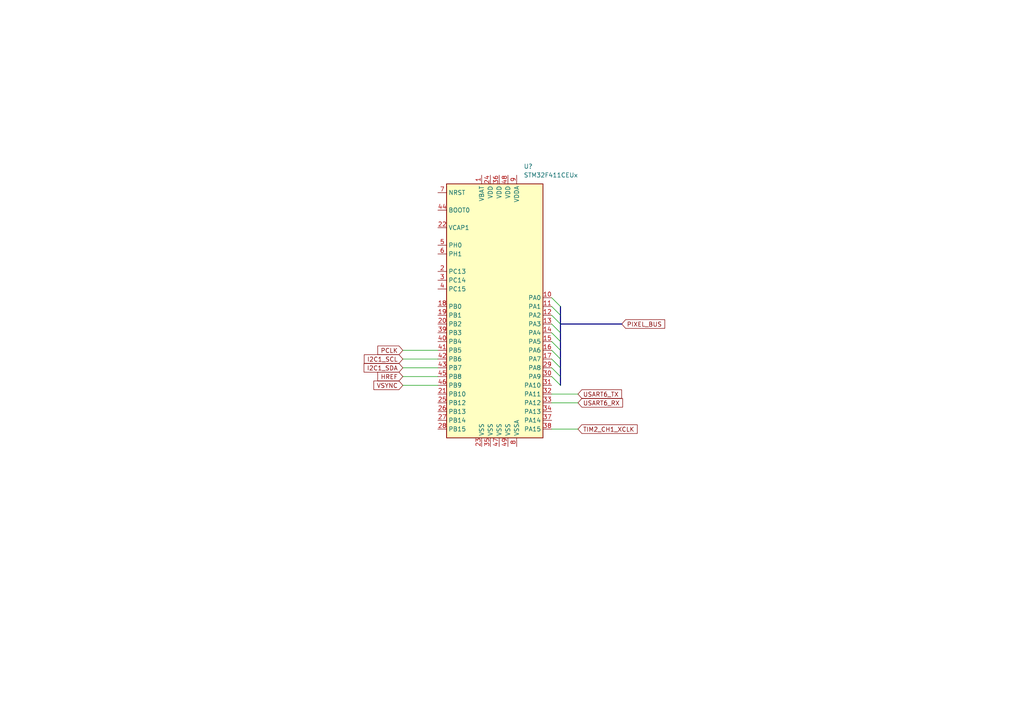
<source format=kicad_sch>
(kicad_sch (version 20211123) (generator eeschema)
  (paper "A4")
  (lib_symbols
    (symbol "MCU_ST_STM32F4:STM32F411CEUx"
      (property "Reference" "U" (at -15.24 36.83 0))
      (property "Value" "STM32F411CEUx" (at 7.62 36.83 0))
      (symbol "STM32F411CEUx_0_1"
        (rectangle (start -15.24 -38.1) (end 12.7 35.56) (stroke (width 0.254)) (fill (type background)))
      )
      (symbol "STM32F411CEUx_1_1"
        (pin power_in line (at -5.08 38.1 270) (length 2.54) (name "VBAT") (number "1"))
        (pin bidirectional line (at 15.24 2.54 180) (length 2.54) (name "PA0") (number "10"))
        (pin bidirectional line (at 15.24 0 180) (length 2.54) (name "PA1") (number "11"))
        (pin bidirectional line (at 15.24 -2.54 180) (length 2.54) (name "PA2") (number "12"))
        (pin bidirectional line (at 15.24 -5.08 180) (length 2.54) (name "PA3") (number "13"))
        (pin bidirectional line (at 15.24 -7.62 180) (length 2.54) (name "PA4") (number "14"))
        (pin bidirectional line (at 15.24 -10.16 180) (length 2.54) (name "PA5") (number "15"))
        (pin bidirectional line (at 15.24 -12.7 180) (length 2.54) (name "PA6") (number "16"))
        (pin bidirectional line (at 15.24 -15.24 180) (length 2.54) (name "PA7") (number "17"))
        (pin bidirectional line (at -17.78 0 0) (length 2.54) (name "PB0") (number "18"))
        (pin bidirectional line (at -17.78 -2.54 0) (length 2.54) (name "PB1") (number "19"))
        (pin bidirectional line (at -17.78 10.16 0) (length 2.54) (name "PC13") (number "2"))
        (pin bidirectional line (at -17.78 -5.08 0) (length 2.54) (name "PB2") (number "20"))
        (pin bidirectional line (at -17.78 -25.4 0) (length 2.54) (name "PB10") (number "21"))
        (pin power_in line (at -17.78 22.86 0) (length 2.54) (name "VCAP1") (number "22"))
        (pin power_in line (at -5.08 -40.64 90) (length 2.54) (name "VSS") (number "23"))
        (pin power_in line (at -2.54 38.1 270) (length 2.54) (name "VDD") (number "24"))
        (pin bidirectional line (at -17.78 -27.94 0) (length 2.54) (name "PB12") (number "25"))
        (pin bidirectional line (at -17.78 -30.48 0) (length 2.54) (name "PB13") (number "26"))
        (pin bidirectional line (at -17.78 -33.02 0) (length 2.54) (name "PB14") (number "27"))
        (pin bidirectional line (at -17.78 -35.56 0) (length 2.54) (name "PB15") (number "28"))
        (pin bidirectional line (at 15.24 -17.78 180) (length 2.54) (name "PA8") (number "29"))
        (pin bidirectional line (at -17.78 7.62 0) (length 2.54) (name "PC14") (number "3"))
        (pin bidirectional line (at 15.24 -20.32 180) (length 2.54) (name "PA9") (number "30"))
        (pin bidirectional line (at 15.24 -22.86 180) (length 2.54) (name "PA10") (number "31"))
        (pin bidirectional line (at 15.24 -25.4 180) (length 2.54) (name "PA11") (number "32"))
        (pin bidirectional line (at 15.24 -27.94 180) (length 2.54) (name "PA12") (number "33"))
        (pin bidirectional line (at 15.24 -30.48 180) (length 2.54) (name "PA13") (number "34"))
        (pin power_in line (at -2.54 -40.64 90) (length 2.54) (name "VSS") (number "35"))
        (pin power_in line (at 0 38.1 270) (length 2.54) (name "VDD") (number "36"))
        (pin bidirectional line (at 15.24 -33.02 180) (length 2.54) (name "PA14") (number "37"))
        (pin bidirectional line (at 15.24 -35.56 180) (length 2.54) (name "PA15") (number "38"))
        (pin bidirectional line (at -17.78 -7.62 0) (length 2.54) (name "PB3") (number "39"))
        (pin bidirectional line (at -17.78 5.08 0) (length 2.54) (name "PC15") (number "4"))
        (pin bidirectional line (at -17.78 -10.16 0) (length 2.54) (name "PB4") (number "40"))
        (pin bidirectional line (at -17.78 -12.7 0) (length 2.54) (name "PB5") (number "41"))
        (pin bidirectional line (at -17.78 -15.24 0) (length 2.54) (name "PB6") (number "42"))
        (pin bidirectional line (at -17.78 -17.78 0) (length 2.54) (name "PB7") (number "43"))
        (pin input line (at -17.78 27.94 0) (length 2.54) (name "BOOT0") (number "44"))
        (pin bidirectional line (at -17.78 -20.32 0) (length 2.54) (name "PB8") (number "45"))
        (pin bidirectional line (at -17.78 -22.86 0) (length 2.54) (name "PB9") (number "46"))
        (pin power_in line (at 0 -40.64 90) (length 2.54) (name "VSS") (number "47"))
        (pin power_in line (at 2.54 38.1 270) (length 2.54) (name "VDD") (number "48"))
        (pin power_in line (at 2.54 -40.64 90) (length 2.54) (name "VSS") (number "49"))
        (pin input line (at -17.78 17.78 0) (length 2.54) (name "PH0") (number "5"))
        (pin input line (at -17.78 15.24 0) (length 2.54) (name "PH1") (number "6"))
        (pin input line (at -17.78 33.02 0) (length 2.54) (name "NRST") (number "7"))
        (pin power_in line (at 5.08 -40.64 90) (length 2.54) (name "VSSA") (number "8"))
        (pin power_in line (at 5.08 38.1 270) (length 2.54) (name "VDDA") (number "9"))
      )
    )
  )
  (bus_entry (at 160.02 86.36) (size 2.54 2.54))
  (bus_entry (at 160.02 104.14) (size 2.54 2.54))
  (bus_entry (at 160.02 106.68) (size 2.54 2.54))
  (bus_entry (at 160.02 109.22) (size 2.54 2.54))
  (bus_entry (at 160.02 88.9) (size 2.54 2.54))
  (bus_entry (at 160.02 91.44) (size 2.54 2.54))
  (bus_entry (at 160.02 93.98) (size 2.54 2.54))
  (bus_entry (at 160.02 96.52) (size 2.54 2.54))
  (bus_entry (at 160.02 99.06) (size 2.54 2.54))
  (bus_entry (at 160.02 101.6) (size 2.54 2.54))
  (wire (pts (xy 167.64 114.3) (xy 160.02 114.3)))
  (bus (pts (xy 162.56 106.68) (xy 162.56 109.22)))
  (wire (pts (xy 127 104.14) (xy 116.84 104.14)))
  (bus (pts (xy 162.56 93.98) (xy 162.56 96.52)))
  (bus (pts (xy 162.56 96.52) (xy 162.56 99.06)))
  (bus (pts (xy 162.56 99.06) (xy 162.56 101.6)))
  (wire (pts (xy 127 101.6) (xy 116.84 101.6)))
  (bus (pts (xy 180.34 93.98) (xy 162.56 93.98)))
  (bus (pts (xy 162.56 104.14) (xy 162.56 106.68)))
  (bus (pts (xy 162.56 101.6) (xy 162.56 104.14)))
  (wire (pts (xy 167.64 124.46) (xy 160.02 124.46)))
  (bus (pts (xy 162.56 109.22) (xy 162.56 111.76)))
  (wire (pts (xy 127 111.76) (xy 116.84 111.76)))
  (bus (pts (xy 162.56 88.9) (xy 162.56 91.44)))
  (bus (pts (xy 162.56 91.44) (xy 162.56 93.98)))
  (wire (pts (xy 127 106.68) (xy 116.84 106.68)))
  (wire (pts (xy 167.64 116.84) (xy 160.02 116.84)))
  (wire (pts (xy 116.84 109.22) (xy 127 109.22)))
  (global_label "VSYNC" (shape input) (at 116.84 111.76 180) (property "Intersheet References" "${INTERSHEET_REFS}" (effects hide)))
  (global_label "USART6_TX" (shape input) (at 167.64 114.3 0) (property "Intersheet References" "${INTERSHEET_REFS}" (effects hide)))
  (global_label "USART6_RX" (shape input) (at 167.64 116.84 0) (property "Intersheet References" "${INTERSHEET_REFS}" (effects hide)))
  (global_label "PIXEL_BUS" (shape input) (at 180.34 93.98 0) (property "Intersheet References" "${INTERSHEET_REFS}" (effects hide)))
  (global_label "TIM2_CH1_XCLK" (shape input) (at 167.64 124.46 0) (property "Intersheet References" "${INTERSHEET_REFS}" (effects hide)))
  (global_label "PCLK" (shape input) (at 116.84 101.6 180) (property "Intersheet References" "${INTERSHEET_REFS}" (effects hide)))
  (global_label "HREF" (shape input) (at 116.84 109.22 180) (property "Intersheet References" "${INTERSHEET_REFS}" (effects hide)))
  (global_label "I2C1_SCL" (shape input) (at 116.84 104.14 180) (property "Intersheet References" "${INTERSHEET_REFS}" (effects hide)))
  (global_label "I2C1_SDA" (shape input) (at 116.84 106.68 180) (property "Intersheet References" "${INTERSHEET_REFS}" (effects hide)))
  (symbol (lib_id "MCU_ST_STM32F4:STM32F411CEUx") (at 144.78 88.9 0) (unit 1)
    (property "Reference" "U?" (at 151.8794 48.26 0) (effects (justify left)))
    (property "Value" "STM32F411CEUx" (at 151.8794 50.8 0) (effects (justify left)))
    (property "Footprint" "Package_DFN_QFN:QFN-48-1EP_7x7mm_P0.5mm_EP5.6x5.6mm" (effects hide))
    (property "Datasheet" "http://www.st.com/st-web-ui/static/active/en/resource/technical/document/datasheet/DM00115249.pdf" (effects hide))
  )
)
</source>
